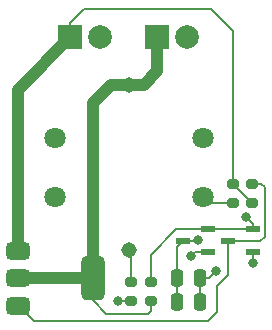
<source format=gbr>
%TF.GenerationSoftware,KiCad,Pcbnew,8.0.5*%
%TF.CreationDate,2024-09-12T13:16:26+03:00*%
%TF.ProjectId,Tactile Power Switch,54616374-696c-4652-9050-6f7765722053,rev?*%
%TF.SameCoordinates,Original*%
%TF.FileFunction,Copper,L2,Bot*%
%TF.FilePolarity,Positive*%
%FSLAX46Y46*%
G04 Gerber Fmt 4.6, Leading zero omitted, Abs format (unit mm)*
G04 Created by KiCad (PCBNEW 8.0.5) date 2024-09-12 13:16:26*
%MOMM*%
%LPD*%
G01*
G04 APERTURE LIST*
G04 Aperture macros list*
%AMRoundRect*
0 Rectangle with rounded corners*
0 $1 Rounding radius*
0 $2 $3 $4 $5 $6 $7 $8 $9 X,Y pos of 4 corners*
0 Add a 4 corners polygon primitive as box body*
4,1,4,$2,$3,$4,$5,$6,$7,$8,$9,$2,$3,0*
0 Add four circle primitives for the rounded corners*
1,1,$1+$1,$2,$3*
1,1,$1+$1,$4,$5*
1,1,$1+$1,$6,$7*
1,1,$1+$1,$8,$9*
0 Add four rect primitives between the rounded corners*
20,1,$1+$1,$2,$3,$4,$5,0*
20,1,$1+$1,$4,$5,$6,$7,0*
20,1,$1+$1,$6,$7,$8,$9,0*
20,1,$1+$1,$8,$9,$2,$3,0*%
G04 Aperture macros list end*
%TA.AperFunction,SMDPad,CuDef*%
%ADD10RoundRect,0.375000X-0.625000X-0.375000X0.625000X-0.375000X0.625000X0.375000X-0.625000X0.375000X0*%
%TD*%
%TA.AperFunction,SMDPad,CuDef*%
%ADD11RoundRect,0.500000X-0.500000X-1.400000X0.500000X-1.400000X0.500000X1.400000X-0.500000X1.400000X0*%
%TD*%
%TA.AperFunction,ComponentPad*%
%ADD12C,1.800000*%
%TD*%
%TA.AperFunction,ComponentPad*%
%ADD13C,1.308000*%
%TD*%
%TA.AperFunction,SMDPad,CuDef*%
%ADD14RoundRect,0.250000X-0.250000X-0.475000X0.250000X-0.475000X0.250000X0.475000X-0.250000X0.475000X0*%
%TD*%
%TA.AperFunction,SMDPad,CuDef*%
%ADD15RoundRect,0.200000X-0.275000X0.200000X-0.275000X-0.200000X0.275000X-0.200000X0.275000X0.200000X0*%
%TD*%
%TA.AperFunction,SMDPad,CuDef*%
%ADD16R,1.300000X0.600000*%
%TD*%
%TA.AperFunction,ComponentPad*%
%ADD17R,2.000000X2.000000*%
%TD*%
%TA.AperFunction,ComponentPad*%
%ADD18C,2.000000*%
%TD*%
%TA.AperFunction,SMDPad,CuDef*%
%ADD19RoundRect,0.200000X0.275000X-0.200000X0.275000X0.200000X-0.275000X0.200000X-0.275000X-0.200000X0*%
%TD*%
%TA.AperFunction,ViaPad*%
%ADD20C,0.800000*%
%TD*%
%TA.AperFunction,Conductor*%
%ADD21C,0.200000*%
%TD*%
%TA.AperFunction,Conductor*%
%ADD22C,1.000000*%
%TD*%
G04 APERTURE END LIST*
D10*
%TO.P,Q4,1*%
%TO.N,Net-(Q1-C)*%
X110650000Y-70700000D03*
%TO.P,Q4,2*%
%TO.N,VDD*%
X110650001Y-68400000D03*
%TO.P,Q4,3*%
%TO.N,+12V*%
X110650000Y-66100000D03*
D11*
%TO.P,Q4,4*%
%TO.N,VDD*%
X116949999Y-68400000D03*
%TD*%
D12*
%TO.P,S1,A*%
%TO.N,Net-(Q1-B)*%
X126249999Y-56500000D03*
%TO.P,S1,B*%
%TO.N,Net-(Q2-C)*%
X126249999Y-61500000D03*
%TO.P,S1,C*%
%TO.N,Net-(Q1-B)*%
X113750001Y-56500000D03*
%TO.P,S1,D*%
%TO.N,Net-(Q2-C)*%
X113750001Y-61500000D03*
D13*
%TO.P,S1,E*%
%TO.N,VDD*%
X120000000Y-52000001D03*
%TO.P,S1,F*%
%TO.N,Net-(R4-Pad1)*%
X120000000Y-65999999D03*
%TD*%
D14*
%TO.P,C1,1*%
%TO.N,Net-(Q2-C)*%
X124100000Y-68400000D03*
%TO.P,C1,2*%
%TO.N,GND*%
X126000000Y-68400000D03*
%TD*%
D15*
%TO.P,R3,1*%
%TO.N,+12V*%
X128850000Y-60375000D03*
%TO.P,R3,2*%
%TO.N,Net-(Q2-C)*%
X128850000Y-62025000D03*
%TD*%
D14*
%TO.P,C2,1*%
%TO.N,Net-(Q2-C)*%
X124100000Y-70400000D03*
%TO.P,C2,2*%
%TO.N,GND*%
X126000000Y-70400000D03*
%TD*%
D16*
%TO.P,Q1,1,B*%
%TO.N,Net-(Q1-B)*%
X130500000Y-64250000D03*
%TO.P,Q1,2,E*%
%TO.N,GND*%
X130500000Y-66150000D03*
%TO.P,Q1,3,C*%
%TO.N,Net-(Q1-C)*%
X128400000Y-65200000D03*
%TD*%
D17*
%TO.P,J2,1*%
%TO.N,VDD*%
X122425000Y-48000000D03*
D18*
%TO.P,J2,2*%
%TO.N,GND*%
X124965000Y-48000000D03*
%TD*%
D15*
%TO.P,R4,1*%
%TO.N,Net-(R4-Pad1)*%
X120150000Y-68675000D03*
%TO.P,R4,2*%
%TO.N,GND*%
X120150000Y-70325000D03*
%TD*%
D17*
%TO.P,J1,1*%
%TO.N,+12V*%
X115025000Y-48000000D03*
D18*
%TO.P,J1,2*%
%TO.N,GND*%
X117565000Y-48000000D03*
%TD*%
D19*
%TO.P,R2,1*%
%TO.N,VDD*%
X121850000Y-70325000D03*
%TO.P,R2,2*%
%TO.N,Net-(Q1-B)*%
X121850000Y-68675000D03*
%TD*%
D16*
%TO.P,Q2,1,B*%
%TO.N,Net-(Q1-B)*%
X126700000Y-64250000D03*
%TO.P,Q2,2,E*%
%TO.N,GND*%
X126700000Y-66150000D03*
%TO.P,Q2,3,C*%
%TO.N,Net-(Q2-C)*%
X124600000Y-65200000D03*
%TD*%
D19*
%TO.P,R1,1*%
%TO.N,+12V*%
X130450000Y-62025000D03*
%TO.P,R1,2*%
%TO.N,Net-(Q1-C)*%
X130450000Y-60375000D03*
%TD*%
D20*
%TO.N,Net-(Q2-C)*%
X125892129Y-65128860D03*
%TO.N,GND*%
X130500000Y-67100000D03*
X127400000Y-67800000D03*
X125300000Y-66500000D03*
X119100000Y-70300000D03*
%TO.N,Net-(Q1-B)*%
X129900000Y-63200000D03*
%TD*%
D21*
%TO.N,GND*%
X126000000Y-70400000D02*
X126000000Y-68400000D01*
%TO.N,Net-(Q1-C)*%
X131175000Y-60375000D02*
X130450000Y-60375000D01*
X131500000Y-60700000D02*
X131175000Y-60375000D01*
X131500000Y-64850000D02*
X131500000Y-60700000D01*
X131150000Y-65200000D02*
X131500000Y-64850000D01*
X128400000Y-65200000D02*
X131150000Y-65200000D01*
X111950000Y-72000000D02*
X110650000Y-70700000D01*
X126700000Y-72000000D02*
X111950000Y-72000000D01*
D22*
%TO.N,VDD*%
X118499999Y-52000001D02*
X120000000Y-52000001D01*
X116949999Y-53550001D02*
X118499999Y-52000001D01*
X116949999Y-68400000D02*
X116949999Y-53550001D01*
D21*
X116949999Y-70249999D02*
X116949999Y-68400000D01*
X118100000Y-71400000D02*
X116949999Y-70249999D01*
X121600000Y-71400000D02*
X118100000Y-71400000D01*
X121850000Y-71150000D02*
X121600000Y-71400000D01*
X121850000Y-70325000D02*
X121850000Y-71150000D01*
D22*
X110650001Y-68400000D02*
X116949999Y-68400000D01*
%TO.N,+12V*%
X110601000Y-66051000D02*
X110601000Y-52424000D01*
X110650000Y-66100000D02*
X110601000Y-66051000D01*
X110601000Y-52424000D02*
X115025000Y-48000000D01*
D21*
%TO.N,Net-(Q2-C)*%
X128850000Y-62025000D02*
X126774999Y-62025000D01*
X124600000Y-65200000D02*
X125820989Y-65200000D01*
X124100000Y-65700000D02*
X124600000Y-65200000D01*
X125820989Y-65200000D02*
X125892129Y-65128860D01*
X124100000Y-68400000D02*
X124100000Y-65700000D01*
X126774999Y-62025000D02*
X126249999Y-61500000D01*
X124100000Y-68400000D02*
X124100000Y-70400000D01*
%TO.N,GND*%
X126000000Y-68400000D02*
X126800000Y-68400000D01*
X130500000Y-66150000D02*
X130500000Y-67100000D01*
X120150000Y-70325000D02*
X119125000Y-70325000D01*
X119125000Y-70325000D02*
X119100000Y-70300000D01*
X125650000Y-66150000D02*
X125300000Y-66500000D01*
X126700000Y-66150000D02*
X125650000Y-66150000D01*
X126800000Y-68400000D02*
X127400000Y-67800000D01*
%TO.N,+12V*%
X127000000Y-45600000D02*
X116200000Y-45600000D01*
X130450000Y-62025000D02*
X130450000Y-61975000D01*
X115025000Y-46775000D02*
X115025000Y-48000000D01*
X128850000Y-47450000D02*
X127000000Y-45600000D01*
X130450000Y-61975000D02*
X128850000Y-60375000D01*
X116200000Y-45600000D02*
X115025000Y-46775000D01*
X128850000Y-60375000D02*
X128850000Y-47450000D01*
D22*
%TO.N,VDD*%
X122425000Y-50875000D02*
X122425000Y-48000000D01*
X120000000Y-52000001D02*
X121299999Y-52000001D01*
X121299999Y-52000001D02*
X122425000Y-50875000D01*
D21*
%TO.N,Net-(Q1-C)*%
X127500000Y-71200000D02*
X126700000Y-72000000D01*
X127500000Y-69000000D02*
X127500000Y-71200000D01*
X128400000Y-65200000D02*
X128400000Y-68100000D01*
X128400000Y-68100000D02*
X127500000Y-69000000D01*
%TO.N,Net-(Q1-B)*%
X130500000Y-63800000D02*
X129900000Y-63200000D01*
X124000000Y-64250000D02*
X130500000Y-64250000D01*
X130500000Y-64250000D02*
X130500000Y-63800000D01*
X124000000Y-64250000D02*
X126700000Y-64250000D01*
X121850000Y-68675000D02*
X121850000Y-66400000D01*
X121850000Y-66400000D02*
X124000000Y-64250000D01*
%TO.N,Net-(R4-Pad1)*%
X120150000Y-68675000D02*
X120150000Y-66149999D01*
X120150000Y-66149999D02*
X120000000Y-65999999D01*
%TD*%
M02*

</source>
